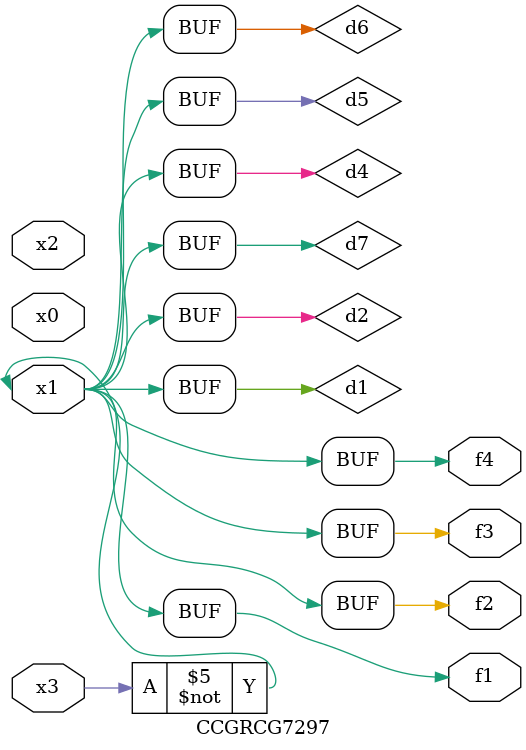
<source format=v>
module CCGRCG7297(
	input x0, x1, x2, x3,
	output f1, f2, f3, f4
);

	wire d1, d2, d3, d4, d5, d6, d7;

	not (d1, x3);
	buf (d2, x1);
	xnor (d3, d1, d2);
	nor (d4, d1);
	buf (d5, d1, d2);
	buf (d6, d4, d5);
	nand (d7, d4);
	assign f1 = d6;
	assign f2 = d7;
	assign f3 = d6;
	assign f4 = d6;
endmodule

</source>
